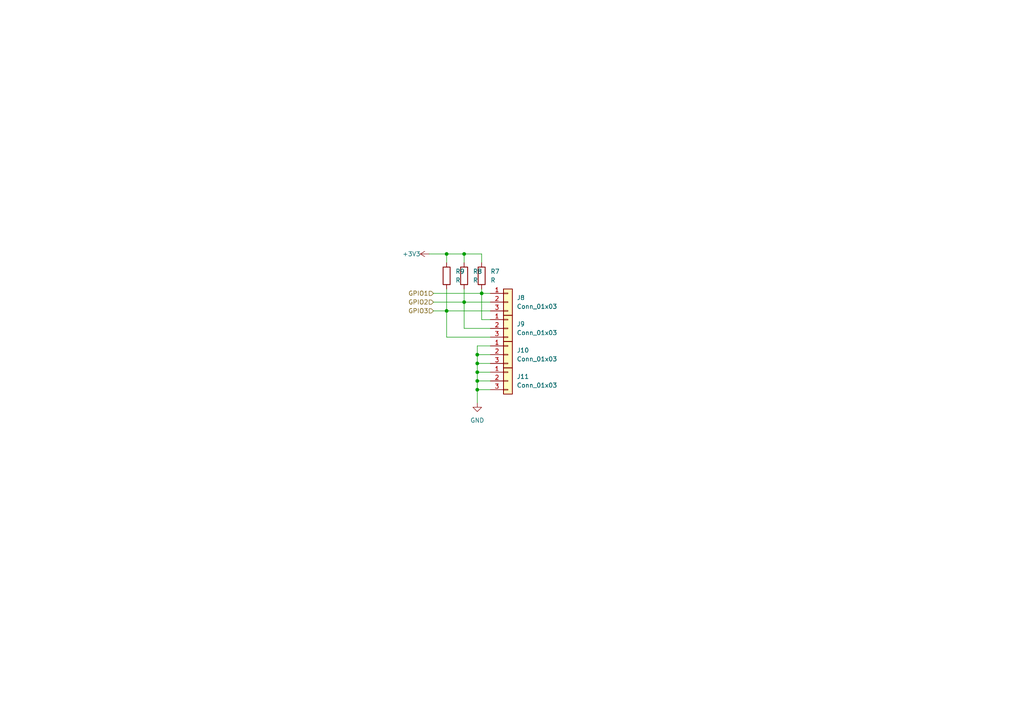
<source format=kicad_sch>
(kicad_sch (version 20230121) (generator eeschema)
  (paper "A4")
  (lib_symbols
    (symbol "Connector_Generic:Conn_01x03" (pin_names (offset 1.016) hide)
      (property "Reference" "J" (at 0 5.08 0))
      (property "Value" "Conn_01x03" (at 0 -5.08 0))
      (symbol "Conn_01x03_1_1"
        (rectangle (start -1.27 -2.413) (end 0 -2.667) (stroke (width 0.1524)))
        (rectangle (start -1.27 0.127) (end 0 -0.127) (stroke (width 0.1524)))
        (rectangle (start -1.27 2.667) (end 0 2.413) (stroke (width 0.1524)))
        (rectangle (start -1.27 3.81) (end 1.27 -3.81) (stroke (width 0.254)) (fill (type background)))
        (pin passive line (at -5.08 2.54 0) (length 3.81) (name "Pin_1") (number "1"))
        (pin passive line (at -5.08 0 0) (length 3.81) (name "Pin_2") (number "2"))
        (pin passive line (at -5.08 -2.54 0) (length 3.81) (name "Pin_3") (number "3"))
      )
    )
    (symbol "Device:R" (pin_numbers hide) (pin_names (offset 0))
      (property "Reference" "R" (at 2.032 0 90))
      (property "Value" "R" (at 0 0 90))
      (symbol "R_0_1"
        (rectangle (start -1.016 -2.54) (end 1.016 2.54) (stroke (width 0.254)))
      )
      (symbol "R_1_1"
        (pin passive line (at 0 3.81 270) (length 1.27) (name "~") (number "1"))
        (pin passive line (at 0 -3.81 90) (length 1.27) (name "~") (number "2"))
      )
    )
    (symbol "power:+3V3" (power) (pin_names (offset 0))
      (property "Value" "+3V3" (at 0 3.556 0))
      (symbol "+3V3_0_1"
        (polyline (pts (xy -0.762 1.27) (xy 0 2.54)))
        (polyline (pts (xy 0 0) (xy 0 2.54)))
        (polyline (pts (xy 0 2.54) (xy 0.762 1.27)))
      )
      (symbol "+3V3_1_1"
        (pin power_in line (at 0 0 90) (length 0) hide (name "+3V3") (number "1"))
      )
    )
    (symbol "power:GND" (power) (pin_names (offset 0))
      (property "Value" "GND" (at 0 -3.81 0))
      (symbol "GND_0_1"
        (polyline (pts (xy 0 0) (xy 0 -1.27) (xy 1.27 -1.27) (xy 0 -2.54) (xy -1.27 -1.27) (xy 0 -1.27)))
      )
      (symbol "GND_1_1"
        (pin power_in line (at 0 0 270) (length 0) hide (name "GND") (number "1"))
      )
    )
  )
  (junction (at 138.43 102.87))
  (junction (at 134.62 73.66))
  (junction (at 138.43 113.03))
  (junction (at 138.43 105.41))
  (junction (at 138.43 110.49))
  (junction (at 134.62 87.63))
  (junction (at 129.54 90.17))
  (junction (at 138.43 107.95))
  (junction (at 139.7 85.09))
  (junction (at 129.54 73.66))
  (wire (pts (xy 139.7 83.82) (xy 139.7 85.09)))
  (wire (pts (xy 138.43 107.95) (xy 142.24 107.95)))
  (wire (pts (xy 138.43 107.95) (xy 138.43 110.49)))
  (wire (pts (xy 134.62 95.25) (xy 134.62 87.63)))
  (wire (pts (xy 139.7 92.71) (xy 142.24 92.71)))
  (wire (pts (xy 139.7 73.66) (xy 134.62 73.66)))
  (wire (pts (xy 138.43 102.87) (xy 138.43 105.41)))
  (wire (pts (xy 134.62 83.82) (xy 134.62 87.63)))
  (wire (pts (xy 138.43 116.84) (xy 138.43 113.03)))
  (wire (pts (xy 138.43 110.49) (xy 138.43 113.03)))
  (wire (pts (xy 142.24 90.17) (xy 129.54 90.17)))
  (wire (pts (xy 134.62 95.25) (xy 142.24 95.25)))
  (wire (pts (xy 139.7 85.09) (xy 125.73 85.09)))
  (wire (pts (xy 139.7 76.2) (xy 139.7 73.66)))
  (wire (pts (xy 142.24 100.33) (xy 138.43 100.33)))
  (wire (pts (xy 134.62 76.2) (xy 134.62 73.66)))
  (wire (pts (xy 124.46 73.66) (xy 129.54 73.66)))
  (wire (pts (xy 129.54 73.66) (xy 129.54 76.2)))
  (wire (pts (xy 142.24 87.63) (xy 134.62 87.63)))
  (wire (pts (xy 138.43 102.87) (xy 142.24 102.87)))
  (wire (pts (xy 129.54 83.82) (xy 129.54 90.17)))
  (wire (pts (xy 134.62 87.63) (xy 125.73 87.63)))
  (wire (pts (xy 138.43 100.33) (xy 138.43 102.87)))
  (wire (pts (xy 138.43 113.03) (xy 142.24 113.03)))
  (wire (pts (xy 138.43 105.41) (xy 142.24 105.41)))
  (wire (pts (xy 139.7 92.71) (xy 139.7 85.09)))
  (wire (pts (xy 138.43 105.41) (xy 138.43 107.95)))
  (wire (pts (xy 129.54 90.17) (xy 125.73 90.17)))
  (wire (pts (xy 138.43 110.49) (xy 142.24 110.49)))
  (wire (pts (xy 129.54 97.79) (xy 142.24 97.79)))
  (wire (pts (xy 129.54 97.79) (xy 129.54 90.17)))
  (wire (pts (xy 142.24 85.09) (xy 139.7 85.09)))
  (wire (pts (xy 134.62 73.66) (xy 129.54 73.66)))
  (hierarchical_label "GPIO2" (shape input) (at 125.73 87.63 180))
  (hierarchical_label "GPIO3" (shape input) (at 125.73 90.17 180))
  (hierarchical_label "GPIO1" (shape input) (at 125.73 85.09 180))
  (symbol (lib_id "Connector_Generic:Conn_01x03") (at 147.32 95.25 0) (unit 1)
    (property "Reference" "J9" (at 149.86 93.98 0) (effects (justify left)))
    (property "Value" "Conn_01x03" (at 149.86 96.52 0) (effects (justify left)))
  )
  (symbol (lib_id "power:GND") (at 138.43 116.84 0) (unit 1)
    (property "Reference" "#PWR010" (effects hide))
    (property "Value" "GND" (at 138.43 121.92 0))
  )
  (symbol (lib_id "Connector_Generic:Conn_01x03") (at 147.32 87.63 0) (unit 1)
    (property "Reference" "J8" (at 149.86 86.36 0) (effects (justify left)))
    (property "Value" "Conn_01x03" (at 149.86 88.9 0) (effects (justify left)))
  )
  (symbol (lib_id "Connector_Generic:Conn_01x03") (at 147.32 102.87 0) (unit 1)
    (property "Reference" "J10" (at 149.86 101.6 0) (effects (justify left)))
    (property "Value" "Conn_01x03" (at 149.86 104.14 0) (effects (justify left)))
  )
  (symbol (lib_id "Device:R") (at 134.62 80.01 0) (unit 1)
    (property "Reference" "R8" (at 137.16 78.74 0) (effects (justify left)))
    (property "Value" "R" (at 137.16 81.28 0) (effects (justify left)))
  )
  (symbol (lib_id "power:+3V3") (at 124.46 73.66 90) (unit 1)
    (property "Reference" "#PWR0116" (effects hide))
    (property "Value" "+3V3" (at 116.6876 73.66 90) (effects (justify right)))
    (instances (project "proyecto final" (path "" (reference "#PWR0116") (unit 1))) (project "robotica" (path "" (reference "#PWR05") (unit 1)) (path "" (reference "#PWR01") (unit 1)) (path "" (reference "#PWR023") (unit 1))))
  )
  (symbol (lib_id "Device:R") (at 139.7 80.01 0) (unit 1)
    (property "Reference" "R7" (at 142.24 78.74 0) (effects (justify left)))
    (property "Value" "R" (at 142.24 81.28 0) (effects (justify left)))
  )
  (symbol (lib_id "Device:R") (at 129.54 80.01 0) (unit 1)
    (property "Reference" "R9" (at 132.08 78.74 0) (effects (justify left)))
    (property "Value" "R" (at 132.08 81.28 0) (effects (justify left)))
  )
  (symbol (lib_id "Connector_Generic:Conn_01x03") (at 147.32 110.49 0) (unit 1)
    (property "Reference" "J11" (at 149.86 109.22 0) (effects (justify left)))
    (property "Value" "Conn_01x03" (at 149.86 111.76 0) (effects (justify left)))
  )
)
</source>
